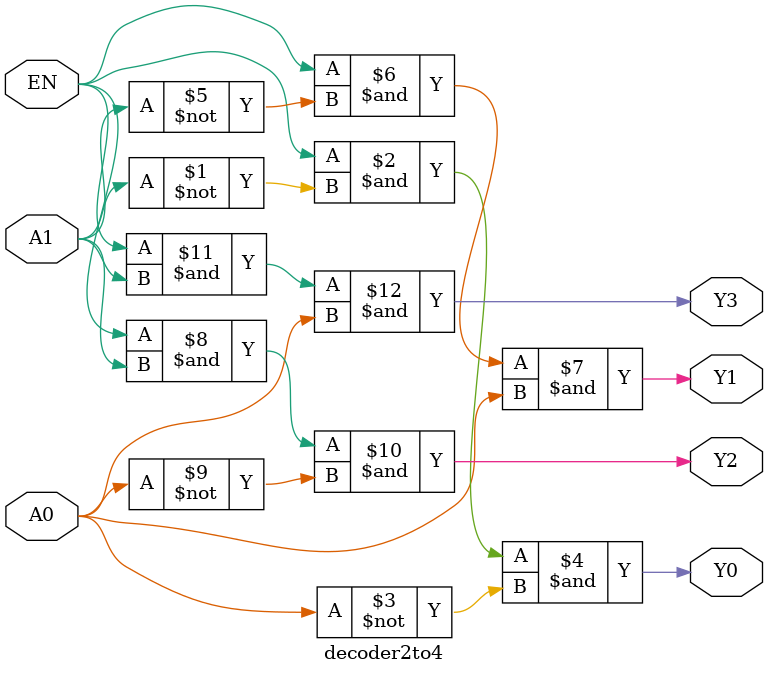
<source format=v>
module decoder2to4 (
    input A0,
    input A1,
    input EN,
    output Y0,
    output Y1,
    output Y2,
    output Y3
);
    assign Y0 = EN & ~A1 & ~A0;
    assign Y1 = EN & ~A1 & A0;
    assign Y2 = EN & A1 & ~A0;
    assign Y3 = EN & A1 & A0;
endmodule
</source>
